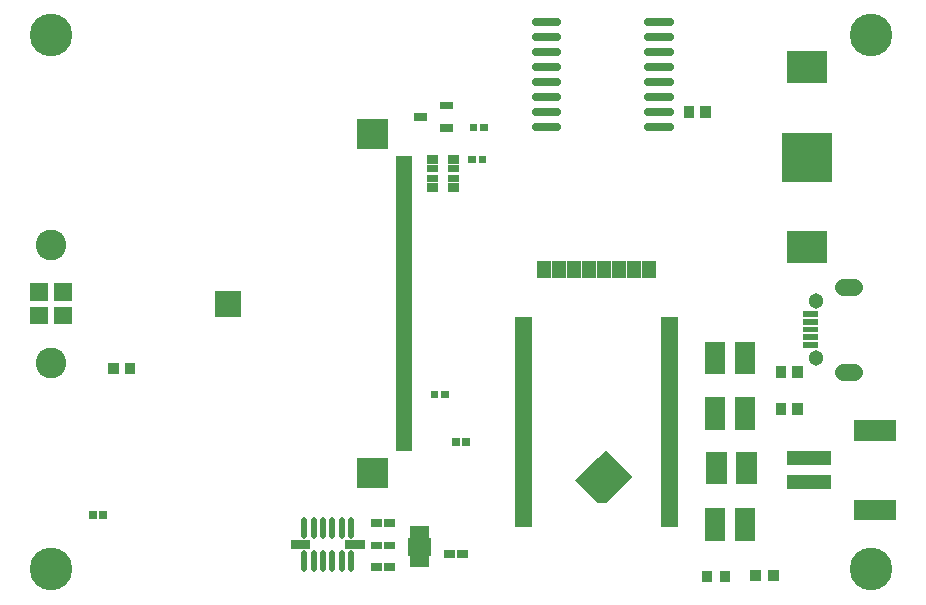
<source format=gts>
G04 Layer: TopSolderMaskLayer*
G04 EasyEDA v6.4.25, 2021-09-15T07:48:06+01:00*
G04 1eb5522c02d34d8f89c77509865788c0,48bc864c7916494db8d10f71d93e82f1,10*
G04 Gerber Generator version 0.2*
G04 Scale: 100 percent, Rotated: No, Reflected: No *
G04 Dimensions in millimeters *
G04 leading zeros omitted , absolute positions ,4 integer and 5 decimal *
%FSLAX45Y45*%
%MOMM*%

%ADD55C,0.5496*%
%ADD56C,0.6756*%
%ADD57C,1.4016*%
%ADD74C,1.3016*%
%ADD80C,3.6016*%
%ADD81C,2.6016*%

%LPD*%
D55*
X2392756Y-4635197D02*
G01*
X2392756Y-4767298D01*
X2472766Y-4635197D02*
G01*
X2472766Y-4767298D01*
X2552750Y-4635197D02*
G01*
X2552750Y-4767298D01*
X2632760Y-4635197D02*
G01*
X2632760Y-4767298D01*
X2712745Y-4635197D02*
G01*
X2712745Y-4767298D01*
X2792755Y-4635197D02*
G01*
X2792755Y-4767298D01*
X2792755Y-4353308D02*
G01*
X2792755Y-4485408D01*
X2712745Y-4353308D02*
G01*
X2712745Y-4485408D01*
X2632760Y-4353308D02*
G01*
X2632760Y-4485408D01*
X2552750Y-4353308D02*
G01*
X2552750Y-4485408D01*
X2472766Y-4353308D02*
G01*
X2472766Y-4485408D01*
X2392756Y-4353308D02*
G01*
X2392756Y-4485408D01*
D56*
X5303786Y-1024521D02*
G01*
X5486438Y-1024521D01*
X5303786Y-897521D02*
G01*
X5486438Y-897521D01*
X5303786Y-770521D02*
G01*
X5486438Y-770521D01*
X5303786Y-643521D02*
G01*
X5486438Y-643521D01*
X5303786Y-516521D02*
G01*
X5486438Y-516521D01*
X5303786Y-389521D02*
G01*
X5486438Y-389521D01*
X5303786Y-262521D02*
G01*
X5486438Y-262521D01*
X5303786Y-135521D02*
G01*
X5486438Y-135521D01*
X4353725Y-1024521D02*
G01*
X4536376Y-1024521D01*
X4353725Y-897521D02*
G01*
X4536376Y-897521D01*
X4353725Y-770521D02*
G01*
X4536376Y-770521D01*
X4353725Y-643521D02*
G01*
X4536376Y-643521D01*
X4353725Y-516521D02*
G01*
X4536376Y-516521D01*
X4353725Y-389521D02*
G01*
X4536376Y-389521D01*
X4353725Y-262521D02*
G01*
X4536376Y-262521D01*
X4353725Y-135521D02*
G01*
X4536376Y-135521D01*
D57*
X6954987Y-2379891D02*
G01*
X7044987Y-2379891D01*
X6954987Y-3099879D02*
G01*
X7044987Y-3099879D01*
G36*
X6481419Y-2179205D02*
G01*
X6481419Y-1904885D01*
X6818731Y-1904885D01*
X6818731Y-2179205D01*
G37*
G36*
X6481419Y-655205D02*
G01*
X6481419Y-380885D01*
X6818731Y-380885D01*
X6818731Y-655205D01*
G37*
G36*
X6441795Y-1488071D02*
G01*
X6441795Y-1071765D01*
X6858101Y-1071765D01*
X6858101Y-1488071D01*
G37*
G36*
X3069945Y-4781943D02*
G01*
X3069945Y-4717935D01*
X3159099Y-4717935D01*
X3159099Y-4781943D01*
G37*
G36*
X2960979Y-4781943D02*
G01*
X2960979Y-4717935D01*
X3050133Y-4717935D01*
X3050133Y-4781943D01*
G37*
G36*
X3689959Y-4671961D02*
G01*
X3689959Y-4607953D01*
X3779113Y-4607953D01*
X3779113Y-4671961D01*
G37*
G36*
X3580993Y-4671961D02*
G01*
X3580993Y-4607953D01*
X3670147Y-4607953D01*
X3670147Y-4671961D01*
G37*
G36*
X3069945Y-4602111D02*
G01*
X3069945Y-4537849D01*
X3159099Y-4537849D01*
X3159099Y-4602111D01*
G37*
G36*
X2960979Y-4602111D02*
G01*
X2960979Y-4537849D01*
X3050133Y-4537849D01*
X3050133Y-4602111D01*
G37*
G36*
X2960979Y-4412119D02*
G01*
X2960979Y-4348111D01*
X3050133Y-4348111D01*
X3050133Y-4412119D01*
G37*
G36*
X3069945Y-4412119D02*
G01*
X3069945Y-4348111D01*
X3159099Y-4348111D01*
X3159099Y-4412119D01*
G37*
G36*
X3409797Y-4502797D02*
G01*
X3409797Y-4407293D01*
X3450183Y-4407293D01*
X3450183Y-4502797D01*
G37*
G36*
X3369919Y-4502797D02*
G01*
X3369919Y-4407293D01*
X3410051Y-4407293D01*
X3410051Y-4502797D01*
G37*
G36*
X3329787Y-4502797D02*
G01*
X3329787Y-4407293D01*
X3370173Y-4407293D01*
X3370173Y-4502797D01*
G37*
G36*
X3289909Y-4502797D02*
G01*
X3289909Y-4407293D01*
X3330041Y-4407293D01*
X3330041Y-4502797D01*
G37*
G36*
X3289909Y-4752733D02*
G01*
X3289909Y-4657229D01*
X3330041Y-4657229D01*
X3330041Y-4752733D01*
G37*
G36*
X3329787Y-4752733D02*
G01*
X3329787Y-4657229D01*
X3370173Y-4657229D01*
X3370173Y-4752733D01*
G37*
G36*
X3369919Y-4752733D02*
G01*
X3369919Y-4657229D01*
X3410051Y-4657229D01*
X3410051Y-4752733D01*
G37*
G36*
X3409797Y-4752733D02*
G01*
X3409797Y-4657229D01*
X3450183Y-4657229D01*
X3450183Y-4752733D01*
G37*
G36*
X3274923Y-4657737D02*
G01*
X3274923Y-4502289D01*
X3465169Y-4502289D01*
X3465169Y-4657737D01*
G37*
G36*
X2740253Y-4600333D02*
G01*
X2740253Y-4520323D01*
X2904845Y-4520323D01*
X2904845Y-4600333D01*
G37*
G36*
X2280767Y-4600333D02*
G01*
X2280767Y-4520323D01*
X2445359Y-4520323D01*
X2445359Y-4600333D01*
G37*
G36*
X4881473Y-4211205D02*
G01*
X4687417Y-4017149D01*
X4881473Y-3823093D01*
X5075529Y-4017149D01*
G37*
G36*
X4179925Y-2757817D02*
G01*
X4179925Y-2637421D01*
X4320387Y-2637421D01*
X4320387Y-2757817D01*
G37*
G36*
X4179925Y-2884817D02*
G01*
X4179925Y-2764421D01*
X4320387Y-2764421D01*
X4320387Y-2884817D01*
G37*
G36*
X4179925Y-3011817D02*
G01*
X4179925Y-2891421D01*
X4320387Y-2891421D01*
X4320387Y-3011817D01*
G37*
G36*
X4179925Y-3138817D02*
G01*
X4179925Y-3018421D01*
X4320387Y-3018421D01*
X4320387Y-3138817D01*
G37*
G36*
X4179925Y-3265817D02*
G01*
X4179925Y-3145421D01*
X4320387Y-3145421D01*
X4320387Y-3265817D01*
G37*
G36*
X4179925Y-3392817D02*
G01*
X4179925Y-3272421D01*
X4320387Y-3272421D01*
X4320387Y-3392817D01*
G37*
G36*
X4179925Y-3519817D02*
G01*
X4179925Y-3399421D01*
X4320387Y-3399421D01*
X4320387Y-3519817D01*
G37*
G36*
X4179925Y-3646817D02*
G01*
X4179925Y-3526421D01*
X4320387Y-3526421D01*
X4320387Y-3646817D01*
G37*
G36*
X4179925Y-3773817D02*
G01*
X4179925Y-3653421D01*
X4320387Y-3653421D01*
X4320387Y-3773817D01*
G37*
G36*
X4179925Y-3900817D02*
G01*
X4179925Y-3780421D01*
X4320387Y-3780421D01*
X4320387Y-3900817D01*
G37*
G36*
X4179925Y-4027817D02*
G01*
X4179925Y-3907421D01*
X4320387Y-3907421D01*
X4320387Y-4027817D01*
G37*
G36*
X4179925Y-4154817D02*
G01*
X4179925Y-4034421D01*
X4320387Y-4034421D01*
X4320387Y-4154817D01*
G37*
G36*
X4179925Y-4281817D02*
G01*
X4179925Y-4161421D01*
X4320387Y-4161421D01*
X4320387Y-4281817D01*
G37*
G36*
X4179925Y-4408817D02*
G01*
X4179925Y-4288421D01*
X4320387Y-4288421D01*
X4320387Y-4408817D01*
G37*
G36*
X5413857Y-2756547D02*
G01*
X5413857Y-2636405D01*
X5554319Y-2636405D01*
X5554319Y-2756547D01*
G37*
G36*
X5413857Y-2883547D02*
G01*
X5413857Y-2763405D01*
X5554319Y-2763405D01*
X5554319Y-2883547D01*
G37*
G36*
X5413857Y-3010547D02*
G01*
X5413857Y-2890405D01*
X5554319Y-2890405D01*
X5554319Y-3010547D01*
G37*
G36*
X5413857Y-3137547D02*
G01*
X5413857Y-3017405D01*
X5554319Y-3017405D01*
X5554319Y-3137547D01*
G37*
G36*
X5413857Y-3264547D02*
G01*
X5413857Y-3144405D01*
X5554319Y-3144405D01*
X5554319Y-3264547D01*
G37*
G36*
X5413857Y-3391547D02*
G01*
X5413857Y-3271405D01*
X5554319Y-3271405D01*
X5554319Y-3391547D01*
G37*
G36*
X5413857Y-3518547D02*
G01*
X5413857Y-3398405D01*
X5554319Y-3398405D01*
X5554319Y-3518547D01*
G37*
G36*
X5413857Y-3645547D02*
G01*
X5413857Y-3525405D01*
X5554319Y-3525405D01*
X5554319Y-3645547D01*
G37*
G36*
X5413857Y-3772547D02*
G01*
X5413857Y-3652405D01*
X5554319Y-3652405D01*
X5554319Y-3772547D01*
G37*
G36*
X5413857Y-3899547D02*
G01*
X5413857Y-3779405D01*
X5554319Y-3779405D01*
X5554319Y-3899547D01*
G37*
G36*
X5413857Y-4026547D02*
G01*
X5413857Y-3906405D01*
X5554319Y-3906405D01*
X5554319Y-4026547D01*
G37*
G36*
X5413857Y-4153547D02*
G01*
X5413857Y-4033405D01*
X5554319Y-4033405D01*
X5554319Y-4153547D01*
G37*
G36*
X5413857Y-4280547D02*
G01*
X5413857Y-4160405D01*
X5554319Y-4160405D01*
X5554319Y-4280547D01*
G37*
G36*
X5413857Y-4407547D02*
G01*
X5413857Y-4287405D01*
X5554319Y-4287405D01*
X5554319Y-4407547D01*
G37*
G36*
X5252567Y-2300363D02*
G01*
X5252567Y-2159901D01*
X5372709Y-2159901D01*
X5372709Y-2300363D01*
G37*
G36*
X5125567Y-2300363D02*
G01*
X5125567Y-2159901D01*
X5245709Y-2159901D01*
X5245709Y-2300363D01*
G37*
G36*
X4998567Y-2300363D02*
G01*
X4998567Y-2159901D01*
X5118709Y-2159901D01*
X5118709Y-2300363D01*
G37*
G36*
X4871567Y-2300363D02*
G01*
X4871567Y-2159901D01*
X4991709Y-2159901D01*
X4991709Y-2300363D01*
G37*
G36*
X4744567Y-2300363D02*
G01*
X4744567Y-2159901D01*
X4864709Y-2159901D01*
X4864709Y-2300363D01*
G37*
G36*
X4617567Y-2300363D02*
G01*
X4617567Y-2159901D01*
X4737709Y-2159901D01*
X4737709Y-2300363D01*
G37*
G36*
X4490567Y-2300363D02*
G01*
X4490567Y-2159901D01*
X4610709Y-2159901D01*
X4610709Y-2300363D01*
G37*
G36*
X4363567Y-2300363D02*
G01*
X4363567Y-2159901D01*
X4483709Y-2159901D01*
X4483709Y-2300363D01*
G37*
G36*
X4948275Y-4210951D02*
G01*
X4721707Y-3984383D01*
X4948275Y-3757815D01*
X5174843Y-3984383D01*
G37*
G36*
X4871059Y-4206887D02*
G01*
X4871059Y-4120527D01*
X4958435Y-4120527D01*
X4958435Y-4206887D01*
G37*
G36*
X5786729Y-3117227D02*
G01*
X5786729Y-2842907D01*
X5959449Y-2842907D01*
X5959449Y-3117227D01*
G37*
G36*
X6040729Y-3117227D02*
G01*
X6040729Y-2842907D01*
X6213449Y-2842907D01*
X6213449Y-3117227D01*
G37*
G36*
X5786729Y-3587127D02*
G01*
X5786729Y-3312807D01*
X5959449Y-3312807D01*
X5959449Y-3587127D01*
G37*
G36*
X6040729Y-3587127D02*
G01*
X6040729Y-3312807D01*
X6213449Y-3312807D01*
X6213449Y-3587127D01*
G37*
G36*
X5796889Y-4047121D02*
G01*
X5796889Y-3772801D01*
X5969609Y-3772801D01*
X5969609Y-4047121D01*
G37*
G36*
X6050889Y-4047121D02*
G01*
X6050889Y-3772801D01*
X6223609Y-3772801D01*
X6223609Y-4047121D01*
G37*
G36*
X5786729Y-4527181D02*
G01*
X5786729Y-4252861D01*
X5959449Y-4252861D01*
X5959449Y-4527181D01*
G37*
G36*
X6040729Y-4527181D02*
G01*
X6040729Y-4252861D01*
X6213449Y-4252861D01*
X6213449Y-4527181D01*
G37*
G36*
X3169767Y-1320177D02*
G01*
X3169767Y-1269885D01*
X3310229Y-1269885D01*
X3310229Y-1320177D01*
G37*
G36*
X3169767Y-1370215D02*
G01*
X3169767Y-1319923D01*
X3310229Y-1319923D01*
X3310229Y-1370215D01*
G37*
G36*
X3169767Y-1420253D02*
G01*
X3169767Y-1369961D01*
X3310229Y-1369961D01*
X3310229Y-1420253D01*
G37*
G36*
X3169767Y-1470291D02*
G01*
X3169767Y-1419999D01*
X3310229Y-1419999D01*
X3310229Y-1470291D01*
G37*
G36*
X3169767Y-1520329D02*
G01*
X3169767Y-1470037D01*
X3310229Y-1470037D01*
X3310229Y-1520329D01*
G37*
G36*
X3169767Y-1570113D02*
G01*
X3169767Y-1519821D01*
X3310229Y-1519821D01*
X3310229Y-1570113D01*
G37*
G36*
X3169767Y-1620151D02*
G01*
X3169767Y-1569859D01*
X3310229Y-1569859D01*
X3310229Y-1620151D01*
G37*
G36*
X3169767Y-1670189D02*
G01*
X3169767Y-1619897D01*
X3310229Y-1619897D01*
X3310229Y-1670189D01*
G37*
G36*
X3169767Y-1720227D02*
G01*
X3169767Y-1669935D01*
X3310229Y-1669935D01*
X3310229Y-1720227D01*
G37*
G36*
X3169767Y-1770265D02*
G01*
X3169767Y-1719973D01*
X3310229Y-1719973D01*
X3310229Y-1770265D01*
G37*
G36*
X3169767Y-1820303D02*
G01*
X3169767Y-1770011D01*
X3310229Y-1770011D01*
X3310229Y-1820303D01*
G37*
G36*
X3169767Y-1870341D02*
G01*
X3169767Y-1819795D01*
X3310229Y-1819795D01*
X3310229Y-1870341D01*
G37*
G36*
X3169767Y-1920125D02*
G01*
X3169767Y-1869833D01*
X3310229Y-1869833D01*
X3310229Y-1920125D01*
G37*
G36*
X3169767Y-1970163D02*
G01*
X3169767Y-1919871D01*
X3310229Y-1919871D01*
X3310229Y-1970163D01*
G37*
G36*
X3169767Y-2020201D02*
G01*
X3169767Y-1969909D01*
X3310229Y-1969909D01*
X3310229Y-2020201D01*
G37*
G36*
X3169767Y-2070239D02*
G01*
X3169767Y-2019947D01*
X3310229Y-2019947D01*
X3310229Y-2070239D01*
G37*
G36*
X3169767Y-2120277D02*
G01*
X3169767Y-2069985D01*
X3310229Y-2069985D01*
X3310229Y-2120277D01*
G37*
G36*
X3169767Y-2170315D02*
G01*
X3169767Y-2120023D01*
X3310229Y-2120023D01*
X3310229Y-2170315D01*
G37*
G36*
X3169767Y-2220353D02*
G01*
X3169767Y-2169807D01*
X3310229Y-2169807D01*
X3310229Y-2220353D01*
G37*
G36*
X3169767Y-2270137D02*
G01*
X3169767Y-2219845D01*
X3310229Y-2219845D01*
X3310229Y-2270137D01*
G37*
G36*
X3169767Y-2320175D02*
G01*
X3169767Y-2269883D01*
X3310229Y-2269883D01*
X3310229Y-2320175D01*
G37*
G36*
X3169767Y-2370213D02*
G01*
X3169767Y-2319921D01*
X3310229Y-2319921D01*
X3310229Y-2370213D01*
G37*
G36*
X3169767Y-2420251D02*
G01*
X3169767Y-2369959D01*
X3310229Y-2369959D01*
X3310229Y-2420251D01*
G37*
G36*
X3169767Y-2470289D02*
G01*
X3169767Y-2419997D01*
X3310229Y-2419997D01*
X3310229Y-2470289D01*
G37*
G36*
X3169767Y-2520327D02*
G01*
X3169767Y-2470035D01*
X3310229Y-2470035D01*
X3310229Y-2520327D01*
G37*
G36*
X3169767Y-2570111D02*
G01*
X3169767Y-2519819D01*
X3310229Y-2519819D01*
X3310229Y-2570111D01*
G37*
G36*
X3169767Y-2620149D02*
G01*
X3169767Y-2569857D01*
X3310229Y-2569857D01*
X3310229Y-2620149D01*
G37*
G36*
X3169767Y-2670187D02*
G01*
X3169767Y-2619895D01*
X3310229Y-2619895D01*
X3310229Y-2670187D01*
G37*
G36*
X3169767Y-2720225D02*
G01*
X3169767Y-2669933D01*
X3310229Y-2669933D01*
X3310229Y-2720225D01*
G37*
G36*
X3169767Y-2770263D02*
G01*
X3169767Y-2719971D01*
X3310229Y-2719971D01*
X3310229Y-2770263D01*
G37*
G36*
X3169767Y-2820301D02*
G01*
X3169767Y-2770009D01*
X3310229Y-2770009D01*
X3310229Y-2820301D01*
G37*
G36*
X3169767Y-2870339D02*
G01*
X3169767Y-2819793D01*
X3310229Y-2819793D01*
X3310229Y-2870339D01*
G37*
G36*
X3169767Y-2920123D02*
G01*
X3169767Y-2869831D01*
X3310229Y-2869831D01*
X3310229Y-2920123D01*
G37*
G36*
X3169767Y-2970161D02*
G01*
X3169767Y-2919869D01*
X3310229Y-2919869D01*
X3310229Y-2970161D01*
G37*
G36*
X3169767Y-3020199D02*
G01*
X3169767Y-2969907D01*
X3310229Y-2969907D01*
X3310229Y-3020199D01*
G37*
G36*
X3169767Y-3070237D02*
G01*
X3169767Y-3019945D01*
X3310229Y-3019945D01*
X3310229Y-3070237D01*
G37*
G36*
X3169767Y-3120275D02*
G01*
X3169767Y-3069983D01*
X3310229Y-3069983D01*
X3310229Y-3120275D01*
G37*
G36*
X3169767Y-3170313D02*
G01*
X3169767Y-3120021D01*
X3310229Y-3120021D01*
X3310229Y-3170313D01*
G37*
G36*
X3169767Y-3220351D02*
G01*
X3169767Y-3169805D01*
X3310229Y-3169805D01*
X3310229Y-3220351D01*
G37*
G36*
X3169767Y-3270135D02*
G01*
X3169767Y-3219843D01*
X3310229Y-3219843D01*
X3310229Y-3270135D01*
G37*
G36*
X3169767Y-3320173D02*
G01*
X3169767Y-3269881D01*
X3310229Y-3269881D01*
X3310229Y-3320173D01*
G37*
G36*
X3169767Y-3370211D02*
G01*
X3169767Y-3319919D01*
X3310229Y-3319919D01*
X3310229Y-3370211D01*
G37*
G36*
X3169767Y-3420249D02*
G01*
X3169767Y-3369957D01*
X3310229Y-3369957D01*
X3310229Y-3420249D01*
G37*
G36*
X3169767Y-3470287D02*
G01*
X3169767Y-3419995D01*
X3310229Y-3419995D01*
X3310229Y-3470287D01*
G37*
G36*
X3169767Y-3520325D02*
G01*
X3169767Y-3470033D01*
X3310229Y-3470033D01*
X3310229Y-3520325D01*
G37*
G36*
X3169767Y-3570109D02*
G01*
X3169767Y-3519817D01*
X3310229Y-3519817D01*
X3310229Y-3570109D01*
G37*
G36*
X3169767Y-3620147D02*
G01*
X3169767Y-3569855D01*
X3310229Y-3569855D01*
X3310229Y-3620147D01*
G37*
G36*
X3169767Y-3670185D02*
G01*
X3169767Y-3619893D01*
X3310229Y-3619893D01*
X3310229Y-3670185D01*
G37*
G36*
X3169767Y-3720223D02*
G01*
X3169767Y-3669931D01*
X3310229Y-3669931D01*
X3310229Y-3720223D01*
G37*
G36*
X3169767Y-3770261D02*
G01*
X3169767Y-3719969D01*
X3310229Y-3719969D01*
X3310229Y-3770261D01*
G37*
G36*
X2839821Y-1215275D02*
G01*
X2839821Y-954925D01*
X3100171Y-954925D01*
X3100171Y-1215275D01*
G37*
G36*
X2839821Y-4085221D02*
G01*
X2839821Y-3824871D01*
X3100171Y-3824871D01*
X3100171Y-4085221D01*
G37*
G36*
X659993Y-4342015D02*
G01*
X659993Y-4278007D01*
X726541Y-4278007D01*
X726541Y-4342015D01*
G37*
G36*
X573379Y-4342015D02*
G01*
X573379Y-4278007D01*
X640181Y-4278007D01*
X640181Y-4342015D01*
G37*
G36*
X6484975Y-4090301D02*
G01*
X6484975Y-3969905D01*
X6855307Y-3969905D01*
X6855307Y-4090301D01*
G37*
G36*
X6484975Y-3890149D02*
G01*
X6484975Y-3769753D01*
X6855307Y-3769753D01*
X6855307Y-3890149D01*
G37*
G36*
X7045045Y-4350143D02*
G01*
X7045045Y-4179963D01*
X7405217Y-4179963D01*
X7405217Y-4350143D01*
G37*
G36*
X7045045Y-3680091D02*
G01*
X7045045Y-3509911D01*
X7405217Y-3509911D01*
X7405217Y-3680091D01*
G37*
G36*
X74777Y-2495181D02*
G01*
X74777Y-2344813D01*
X225145Y-2344813D01*
X225145Y-2495181D01*
G37*
G36*
X74777Y-2695333D02*
G01*
X74777Y-2544965D01*
X225145Y-2544965D01*
X225145Y-2695333D01*
G37*
G36*
X274929Y-2695333D02*
G01*
X274929Y-2544965D01*
X425297Y-2544965D01*
X425297Y-2695333D01*
G37*
G36*
X274929Y-2495181D02*
G01*
X274929Y-2344813D01*
X425297Y-2344813D01*
X425297Y-2495181D01*
G37*
G36*
X6612483Y-2634881D02*
G01*
X6612483Y-2584843D01*
X6747611Y-2584843D01*
X6747611Y-2634881D01*
G37*
G36*
X6612483Y-2699905D02*
G01*
X6612483Y-2649867D01*
X6747611Y-2649867D01*
X6747611Y-2699905D01*
G37*
G36*
X6612483Y-2764929D02*
G01*
X6612483Y-2714891D01*
X6747611Y-2714891D01*
X6747611Y-2764929D01*
G37*
G36*
X6612483Y-2829953D02*
G01*
X6612483Y-2779915D01*
X6747611Y-2779915D01*
X6747611Y-2829953D01*
G37*
G36*
X6612483Y-2894977D02*
G01*
X6612483Y-2844685D01*
X6747611Y-2844685D01*
X6747611Y-2894977D01*
G37*
D74*
G01*
X6729984Y-2982379D03*
G01*
X6729984Y-2497391D03*
G36*
X5909919Y-4878209D02*
G01*
X5909919Y-4781689D01*
X6000851Y-4781689D01*
X6000851Y-4878209D01*
G37*
G36*
X5759297Y-4878209D02*
G01*
X5759297Y-4781689D01*
X5849975Y-4781689D01*
X5849975Y-4878209D01*
G37*
G36*
X6319875Y-4868303D02*
G01*
X6319875Y-4771783D01*
X6410807Y-4771783D01*
X6410807Y-4868303D01*
G37*
G36*
X6169253Y-4868303D02*
G01*
X6169253Y-4771783D01*
X6260185Y-4771783D01*
X6260185Y-4868303D01*
G37*
G36*
X734923Y-3120021D02*
G01*
X734923Y-3019945D01*
X825093Y-3019945D01*
X825093Y-3120021D01*
G37*
G36*
X874877Y-3120021D02*
G01*
X874877Y-3019945D01*
X965047Y-3019945D01*
X965047Y-3120021D01*
G37*
G36*
X5604865Y-950099D02*
G01*
X5604865Y-850023D01*
X5695035Y-850023D01*
X5695035Y-950099D01*
G37*
G36*
X5744819Y-950099D02*
G01*
X5744819Y-850023D01*
X5834989Y-850023D01*
X5834989Y-950099D01*
G37*
G36*
X3543147Y-1066685D02*
G01*
X3543147Y-1003439D01*
X3657193Y-1003439D01*
X3657193Y-1066685D01*
G37*
G36*
X3543147Y-876693D02*
G01*
X3543147Y-813447D01*
X3657193Y-813447D01*
X3657193Y-876693D01*
G37*
G36*
X3322929Y-971689D02*
G01*
X3322929Y-908443D01*
X3436721Y-908443D01*
X3436721Y-971689D01*
G37*
G36*
X3793337Y-1062113D02*
G01*
X3793337Y-997851D01*
X3860139Y-997851D01*
X3860139Y-1062113D01*
G37*
G36*
X3879951Y-1062113D02*
G01*
X3879951Y-997851D01*
X3946753Y-997851D01*
X3946753Y-1062113D01*
G37*
G36*
X3783431Y-1332115D02*
G01*
X3783431Y-1267853D01*
X3849979Y-1267853D01*
X3849979Y-1332115D01*
G37*
G36*
X3870045Y-1332115D02*
G01*
X3870045Y-1267853D01*
X3936593Y-1267853D01*
X3936593Y-1332115D01*
G37*
G36*
X3615029Y-1577479D02*
G01*
X3615029Y-1502295D01*
X3705199Y-1502295D01*
X3705199Y-1577479D01*
G37*
G36*
X3434943Y-1577479D02*
G01*
X3434943Y-1502295D01*
X3525113Y-1502295D01*
X3525113Y-1577479D01*
G37*
G36*
X3615029Y-1490103D02*
G01*
X3615029Y-1429905D01*
X3705199Y-1429905D01*
X3705199Y-1490103D01*
G37*
G36*
X3434943Y-1490103D02*
G01*
X3434943Y-1429905D01*
X3525113Y-1429905D01*
X3525113Y-1490103D01*
G37*
G36*
X3615029Y-1410093D02*
G01*
X3615029Y-1349895D01*
X3705199Y-1349895D01*
X3705199Y-1410093D01*
G37*
G36*
X3434943Y-1410093D02*
G01*
X3434943Y-1349895D01*
X3525113Y-1349895D01*
X3525113Y-1410093D01*
G37*
G36*
X3615029Y-1337703D02*
G01*
X3615029Y-1262519D01*
X3705199Y-1262519D01*
X3705199Y-1337703D01*
G37*
G36*
X3434943Y-1337703D02*
G01*
X3434943Y-1262519D01*
X3525113Y-1262519D01*
X3525113Y-1337703D01*
G37*
G36*
X3729837Y-3722001D02*
G01*
X3729837Y-3657993D01*
X3796639Y-3657993D01*
X3796639Y-3722001D01*
G37*
G36*
X3643477Y-3722001D02*
G01*
X3643477Y-3657993D01*
X3710025Y-3657993D01*
X3710025Y-3722001D01*
G37*
G36*
X3550005Y-3322205D02*
G01*
X3550005Y-3257943D01*
X3616553Y-3257943D01*
X3616553Y-3322205D01*
G37*
G36*
X3463391Y-3322205D02*
G01*
X3463391Y-3257943D01*
X3530193Y-3257943D01*
X3530193Y-3322205D01*
G37*
G36*
X6524853Y-3460127D02*
G01*
X6524853Y-3359797D01*
X6615023Y-3359797D01*
X6615023Y-3460127D01*
G37*
G36*
X6384899Y-3460127D02*
G01*
X6384899Y-3359797D01*
X6475069Y-3359797D01*
X6475069Y-3460127D01*
G37*
G36*
X6524853Y-3149993D02*
G01*
X6524853Y-3049917D01*
X6615023Y-3049917D01*
X6615023Y-3149993D01*
G37*
G36*
X6384899Y-3149993D02*
G01*
X6384899Y-3049917D01*
X6475069Y-3049917D01*
X6475069Y-3149993D01*
G37*
D80*
G01*
X250012Y-4770005D03*
G01*
X250012Y-249999D03*
G01*
X7190003Y-249999D03*
G01*
X7190003Y-4770005D03*
D81*
G01*
X250012Y-3019996D03*
G01*
X250012Y-2019998D03*
G36*
X1639925Y-2630055D02*
G01*
X1639925Y-2409837D01*
X1860143Y-2409837D01*
X1860143Y-2630055D01*
G37*
M02*

</source>
